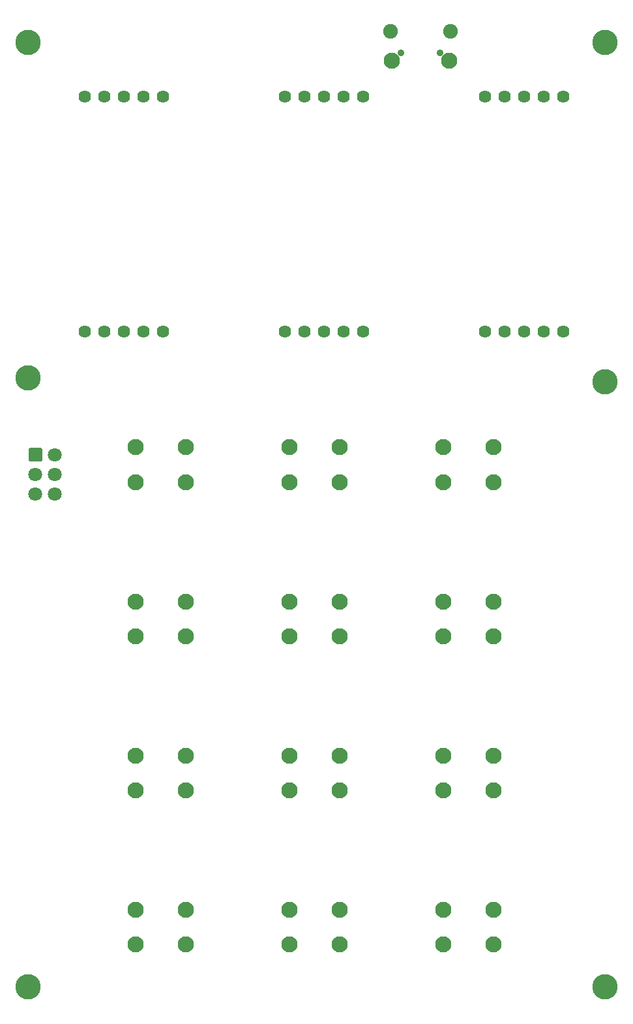
<source format=gbr>
%TF.GenerationSoftware,KiCad,Pcbnew,5.1.8-db9833491~88~ubuntu20.04.1*%
%TF.CreationDate,2020-12-22T13:23:35+00:00*%
%TF.ProjectId,luncheonmeat,6c756e63-6865-46f6-9e6d-6561742e6b69,rev?*%
%TF.SameCoordinates,Original*%
%TF.FileFunction,Soldermask,Bot*%
%TF.FilePolarity,Negative*%
%FSLAX46Y46*%
G04 Gerber Fmt 4.6, Leading zero omitted, Abs format (unit mm)*
G04 Created by KiCad (PCBNEW 5.1.8-db9833491~88~ubuntu20.04.1) date 2020-12-22 13:23:35*
%MOMM*%
%LPD*%
G01*
G04 APERTURE LIST*
%ADD10C,1.624000*%
%ADD11C,2.100000*%
%ADD12C,0.900000*%
%ADD13C,1.900000*%
%ADD14C,1.800000*%
%ADD15C,3.300000*%
G04 APERTURE END LIST*
D10*
%TO.C,U3*%
X150500000Y-104968000D03*
X153040000Y-104968000D03*
X147960000Y-104968000D03*
X155580000Y-104968000D03*
X145420000Y-104968000D03*
X155580000Y-74488000D03*
X153040000Y-74488000D03*
X150500000Y-74488000D03*
X147960000Y-74488000D03*
X145420000Y-74488000D03*
%TD*%
D11*
%TO.C,SW3*%
X100000000Y-164500000D03*
X100000000Y-160000000D03*
X106500000Y-164500000D03*
X106500000Y-160000000D03*
%TD*%
%TO.C,SW11*%
X140000000Y-164500000D03*
X140000000Y-160000000D03*
X146500000Y-164500000D03*
X146500000Y-160000000D03*
%TD*%
%TO.C,SW10*%
X140000000Y-144500000D03*
X140000000Y-140000000D03*
X146500000Y-144500000D03*
X146500000Y-140000000D03*
%TD*%
%TO.C,SW7*%
X120000000Y-164500000D03*
X120000000Y-160000000D03*
X126500000Y-164500000D03*
X126500000Y-160000000D03*
%TD*%
%TO.C,SW2*%
X100000000Y-144500000D03*
X100000000Y-140000000D03*
X106500000Y-144500000D03*
X106500000Y-140000000D03*
%TD*%
D10*
%TO.C,U4*%
X124500000Y-104968000D03*
X127040000Y-104968000D03*
X121960000Y-104968000D03*
X129580000Y-104968000D03*
X119420000Y-104968000D03*
X129580000Y-74488000D03*
X127040000Y-74488000D03*
X124500000Y-74488000D03*
X121960000Y-74488000D03*
X119420000Y-74488000D03*
%TD*%
D12*
%TO.C,J1*%
X134500000Y-68800000D03*
X139500000Y-68800000D03*
D13*
X133125000Y-66050000D03*
X140875000Y-66050000D03*
D11*
X133275000Y-69850000D03*
X140725000Y-69850000D03*
%TD*%
%TO.C,SW6*%
X120000000Y-144500000D03*
X120000000Y-140000000D03*
X126500000Y-144500000D03*
X126500000Y-140000000D03*
%TD*%
%TO.C,J2*%
G36*
G01*
X86100000Y-121595295D02*
X86100000Y-120324705D01*
G75*
G02*
X86364705Y-120060000I264705J0D01*
G01*
X87635295Y-120060000D01*
G75*
G02*
X87900000Y-120324705I0J-264705D01*
G01*
X87900000Y-121595295D01*
G75*
G02*
X87635295Y-121860000I-264705J0D01*
G01*
X86364705Y-121860000D01*
G75*
G02*
X86100000Y-121595295I0J264705D01*
G01*
G37*
D14*
X87000000Y-123500000D03*
X87000000Y-126040000D03*
X89540000Y-120960000D03*
X89540000Y-123500000D03*
X89540000Y-126040000D03*
%TD*%
D10*
%TO.C,U5*%
X98500000Y-104968000D03*
X101040000Y-104968000D03*
X95960000Y-104968000D03*
X103580000Y-104968000D03*
X93420000Y-104968000D03*
X103580000Y-74488000D03*
X101040000Y-74488000D03*
X98500000Y-74488000D03*
X95960000Y-74488000D03*
X93420000Y-74488000D03*
%TD*%
D11*
%TO.C,SW12*%
X140000000Y-184500000D03*
X140000000Y-180000000D03*
X146500000Y-184500000D03*
X146500000Y-180000000D03*
%TD*%
%TO.C,SW9*%
X140000000Y-124500000D03*
X140000000Y-120000000D03*
X146500000Y-124500000D03*
X146500000Y-120000000D03*
%TD*%
%TO.C,SW8*%
X120000000Y-184500000D03*
X120000000Y-180000000D03*
X126500000Y-184500000D03*
X126500000Y-180000000D03*
%TD*%
%TO.C,SW5*%
X120000000Y-124500000D03*
X120000000Y-120000000D03*
X126500000Y-124500000D03*
X126500000Y-120000000D03*
%TD*%
%TO.C,SW4*%
X100000000Y-184500000D03*
X100000000Y-180000000D03*
X106500000Y-184500000D03*
X106500000Y-180000000D03*
%TD*%
%TO.C,SW1*%
X100000000Y-124500000D03*
X100000000Y-120000000D03*
X106500000Y-124500000D03*
X106500000Y-120000000D03*
%TD*%
D15*
%TO.C,H1*%
X86000000Y-67500000D03*
%TD*%
%TO.C,H2*%
X86000000Y-111000000D03*
%TD*%
%TO.C,H3*%
X86000000Y-190000000D03*
%TD*%
%TO.C,H4*%
X161000000Y-67500000D03*
%TD*%
%TO.C,H5*%
X161000000Y-111500000D03*
%TD*%
%TO.C,H6*%
X161000000Y-190000000D03*
%TD*%
M02*

</source>
